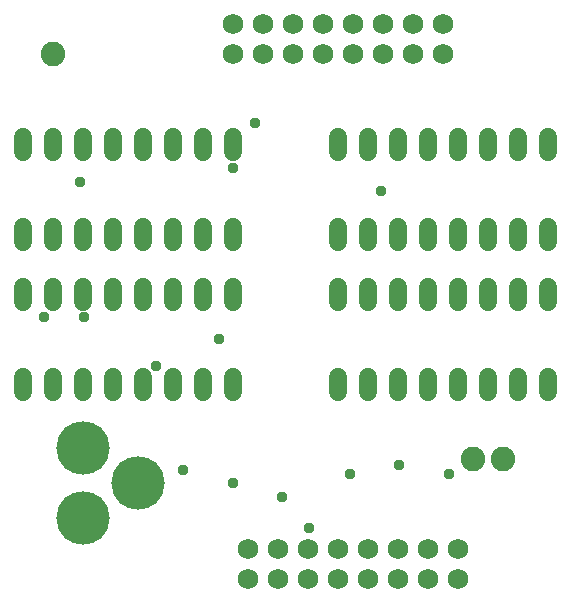
<source format=gbr>
G04 EAGLE Gerber X2 export*
%TF.Part,Single*%
%TF.FileFunction,Soldermask,Top,1*%
%TF.FilePolarity,Negative*%
%TF.GenerationSoftware,Autodesk,EAGLE,8.6.3*%
%TF.CreationDate,2018-02-26T22:29:53Z*%
G75*
%MOMM*%
%FSLAX34Y34*%
%LPD*%
%AMOC8*
5,1,8,0,0,1.08239X$1,22.5*%
G01*
%ADD10C,1.524000*%
%ADD11C,1.733200*%
%ADD12C,4.521200*%
%ADD13C,2.082800*%
%ADD14C,0.959600*%


D10*
X50800Y310896D02*
X50800Y324104D01*
X76200Y324104D02*
X76200Y310896D01*
X203200Y310896D02*
X203200Y324104D01*
X228600Y324104D02*
X228600Y310896D01*
X101600Y310896D02*
X101600Y324104D01*
X127000Y324104D02*
X127000Y310896D01*
X177800Y310896D02*
X177800Y324104D01*
X152400Y324104D02*
X152400Y310896D01*
X228600Y387096D02*
X228600Y400304D01*
X203200Y400304D02*
X203200Y387096D01*
X177800Y387096D02*
X177800Y400304D01*
X152400Y400304D02*
X152400Y387096D01*
X127000Y387096D02*
X127000Y400304D01*
X101600Y400304D02*
X101600Y387096D01*
X76200Y387096D02*
X76200Y400304D01*
X50800Y400304D02*
X50800Y387096D01*
X317500Y324104D02*
X317500Y310896D01*
X342900Y310896D02*
X342900Y324104D01*
X469900Y324104D02*
X469900Y310896D01*
X495300Y310896D02*
X495300Y324104D01*
X368300Y324104D02*
X368300Y310896D01*
X393700Y310896D02*
X393700Y324104D01*
X444500Y324104D02*
X444500Y310896D01*
X419100Y310896D02*
X419100Y324104D01*
X495300Y387096D02*
X495300Y400304D01*
X469900Y400304D02*
X469900Y387096D01*
X444500Y387096D02*
X444500Y400304D01*
X419100Y400304D02*
X419100Y387096D01*
X393700Y387096D02*
X393700Y400304D01*
X368300Y400304D02*
X368300Y387096D01*
X342900Y387096D02*
X342900Y400304D01*
X317500Y400304D02*
X317500Y387096D01*
X50800Y197104D02*
X50800Y183896D01*
X76200Y183896D02*
X76200Y197104D01*
X203200Y197104D02*
X203200Y183896D01*
X228600Y183896D02*
X228600Y197104D01*
X101600Y197104D02*
X101600Y183896D01*
X127000Y183896D02*
X127000Y197104D01*
X177800Y197104D02*
X177800Y183896D01*
X152400Y183896D02*
X152400Y197104D01*
X228600Y260096D02*
X228600Y273304D01*
X203200Y273304D02*
X203200Y260096D01*
X177800Y260096D02*
X177800Y273304D01*
X152400Y273304D02*
X152400Y260096D01*
X127000Y260096D02*
X127000Y273304D01*
X101600Y273304D02*
X101600Y260096D01*
X76200Y260096D02*
X76200Y273304D01*
X50800Y273304D02*
X50800Y260096D01*
X317500Y197104D02*
X317500Y183896D01*
X342900Y183896D02*
X342900Y197104D01*
X469900Y197104D02*
X469900Y183896D01*
X495300Y183896D02*
X495300Y197104D01*
X368300Y197104D02*
X368300Y183896D01*
X393700Y183896D02*
X393700Y197104D01*
X444500Y197104D02*
X444500Y183896D01*
X419100Y183896D02*
X419100Y197104D01*
X495300Y260096D02*
X495300Y273304D01*
X469900Y273304D02*
X469900Y260096D01*
X444500Y260096D02*
X444500Y273304D01*
X419100Y273304D02*
X419100Y260096D01*
X393700Y260096D02*
X393700Y273304D01*
X368300Y273304D02*
X368300Y260096D01*
X342900Y260096D02*
X342900Y273304D01*
X317500Y273304D02*
X317500Y260096D01*
D11*
X241300Y25400D03*
X241300Y50800D03*
X266700Y25400D03*
X266700Y50800D03*
X292100Y25400D03*
X292100Y50800D03*
X317500Y25400D03*
X317500Y50800D03*
X342900Y25400D03*
X342900Y50800D03*
X368300Y25400D03*
X368300Y50800D03*
X393700Y25400D03*
X393700Y50800D03*
X419100Y25400D03*
X419100Y50800D03*
X228600Y495300D03*
X228600Y469900D03*
X254000Y495300D03*
X254000Y469900D03*
X279400Y495300D03*
X279400Y469900D03*
X304800Y495300D03*
X304800Y469900D03*
X330200Y495300D03*
X330200Y469900D03*
X355600Y495300D03*
X355600Y469900D03*
X381000Y495300D03*
X381000Y469900D03*
X406400Y495300D03*
X406400Y469900D03*
D12*
X101600Y137000D03*
X101600Y77000D03*
X148600Y107000D03*
D13*
X76200Y469900D03*
X431800Y127000D03*
X457200Y127000D03*
D14*
X369570Y121920D03*
X228600Y106680D03*
X217170Y228600D03*
X270510Y95250D03*
X293370Y68580D03*
X163830Y205740D03*
X327660Y114300D03*
X411480Y114300D03*
X354330Y354330D03*
X99060Y361950D03*
X247650Y411480D03*
X186690Y118110D03*
X228600Y373380D03*
X68580Y247650D03*
X102870Y247650D03*
M02*

</source>
